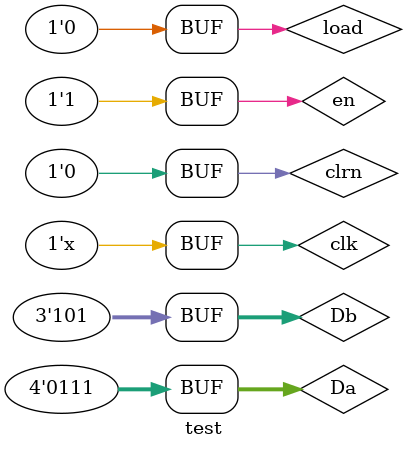
<source format=v>
`timescale 1ns/10ps
module test;
	reg load,clk,en,clrn;
	reg [3:0] Da;
	reg [2:0] Db;
	wire Co;
	wire [3:0] qa;
	wire [2:0] qb;

 // Instantiate the VHDL shift_register design
    s1111442_lab09 DUT (
        .load(load), .clk(clk), .en(en), .clrn(clrn),
        .Da(Da), .Db(Db), .Co(Co), .qa(qa), .qb(qb)
    );

	always #25 clk = ~clk;
    initial begin
        // Initialize inputs
        load = 1;
        clk = 0;
        en = 1;
        clrn = 0;
        Da = 4'b0111;
        Db = 3'b101;
        
		#50 
		load = ~load;
		#250
		en = 0;
		#100
		en = 1;
		#300
		clrn = 1;
		#100
		clrn = 0;
    end
endmodule
</source>
